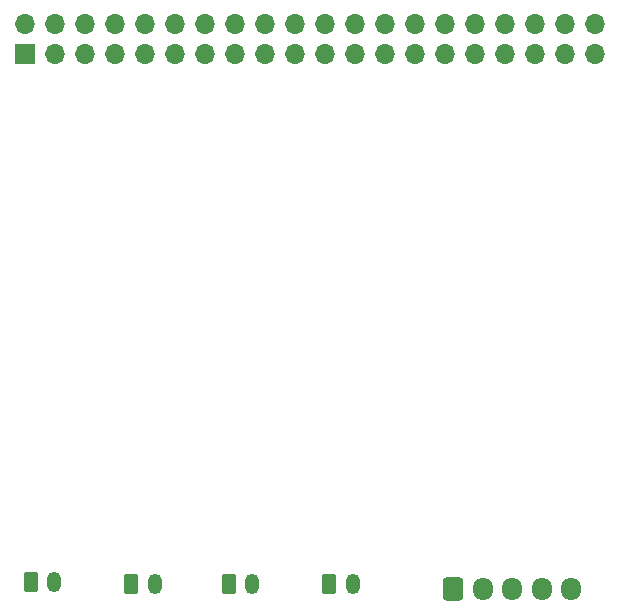
<source format=gbs>
%TF.GenerationSoftware,KiCad,Pcbnew,8.0.2*%
%TF.CreationDate,2024-05-07T14:02:44-06:00*%
%TF.ProjectId,PCB_Project,5043425f-5072-46f6-9a65-63742e6b6963,rev?*%
%TF.SameCoordinates,Original*%
%TF.FileFunction,Soldermask,Bot*%
%TF.FilePolarity,Negative*%
%FSLAX46Y46*%
G04 Gerber Fmt 4.6, Leading zero omitted, Abs format (unit mm)*
G04 Created by KiCad (PCBNEW 8.0.2) date 2024-05-07 14:02:44*
%MOMM*%
%LPD*%
G01*
G04 APERTURE LIST*
G04 Aperture macros list*
%AMRoundRect*
0 Rectangle with rounded corners*
0 $1 Rounding radius*
0 $2 $3 $4 $5 $6 $7 $8 $9 X,Y pos of 4 corners*
0 Add a 4 corners polygon primitive as box body*
4,1,4,$2,$3,$4,$5,$6,$7,$8,$9,$2,$3,0*
0 Add four circle primitives for the rounded corners*
1,1,$1+$1,$2,$3*
1,1,$1+$1,$4,$5*
1,1,$1+$1,$6,$7*
1,1,$1+$1,$8,$9*
0 Add four rect primitives between the rounded corners*
20,1,$1+$1,$2,$3,$4,$5,0*
20,1,$1+$1,$4,$5,$6,$7,0*
20,1,$1+$1,$6,$7,$8,$9,0*
20,1,$1+$1,$8,$9,$2,$3,0*%
G04 Aperture macros list end*
%ADD10R,1.700000X1.700000*%
%ADD11O,1.700000X1.700000*%
%ADD12RoundRect,0.250000X-0.350000X-0.625000X0.350000X-0.625000X0.350000X0.625000X-0.350000X0.625000X0*%
%ADD13O,1.200000X1.750000*%
%ADD14RoundRect,0.250000X-0.600000X-0.725000X0.600000X-0.725000X0.600000X0.725000X-0.600000X0.725000X0*%
%ADD15O,1.700000X1.950000*%
G04 APERTURE END LIST*
D10*
%TO.C,U4*%
X117240000Y-62740000D03*
D11*
X117240000Y-60200000D03*
X119780000Y-62740000D03*
X119780000Y-60200000D03*
X122320000Y-62740000D03*
X122320000Y-60200000D03*
X124860000Y-62740000D03*
X124860000Y-60200000D03*
X127400000Y-62740000D03*
X127400000Y-60200000D03*
X129940000Y-62740000D03*
X129940000Y-60200000D03*
X132480000Y-62740000D03*
X132480000Y-60200000D03*
X135020000Y-62740000D03*
X135020000Y-60200000D03*
X137560000Y-62740000D03*
X137560000Y-60200000D03*
X140100000Y-62740000D03*
X140100000Y-60200000D03*
X142640000Y-62740000D03*
X142640000Y-60200000D03*
X145180000Y-62740000D03*
X145180000Y-60200000D03*
X147720000Y-62740000D03*
X147720000Y-60200000D03*
X150260000Y-62740000D03*
X150260000Y-60200000D03*
X152800000Y-62740000D03*
X152800000Y-60200000D03*
X155340000Y-62740000D03*
X155340000Y-60200000D03*
X157880000Y-62740000D03*
X157880000Y-60200000D03*
X160420000Y-62740000D03*
X160420000Y-60200000D03*
X162960000Y-62740000D03*
X162960000Y-60200000D03*
X165500000Y-62740000D03*
X165500000Y-60200000D03*
%TD*%
D12*
%TO.C,J4*%
X134500000Y-107550000D03*
D13*
X136500000Y-107550000D03*
%TD*%
D12*
%TO.C,J5*%
X143000000Y-107550000D03*
D13*
X145000000Y-107550000D03*
%TD*%
D14*
%TO.C,J2*%
X153500000Y-108000000D03*
D15*
X156000000Y-108000000D03*
X158500000Y-108000000D03*
X161000000Y-108000000D03*
X163500000Y-108000000D03*
%TD*%
D12*
%TO.C,J6*%
X117750000Y-107450000D03*
D13*
X119750000Y-107450000D03*
%TD*%
D12*
%TO.C,J3*%
X126250000Y-107550000D03*
D13*
X128250000Y-107550000D03*
%TD*%
M02*

</source>
